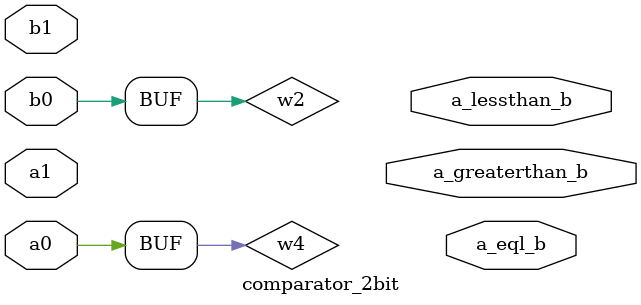
<source format=v>
`timescale 1ns / 1ps


module comparator_2bit(
input a0,a1,b0,b1,
output a_eql_b,  a_lessthan_b, a_greaterthan_b 
);
wire w1,w2,w3,w4,w5,w6,w7,w8,w9,w10,w11,w12;

not(w1,a1);
not(w2,a0);
not(w3,b1);
not(w4,b0);

and(w5,w1,w2,b0);
and(w6,w1,b1);
and(w7,w2,b1,b0);
and(w8,w3,a0,b0);
and(w9,w3,w4,a1);
and(w10,a1,b0);

or(w11,a1,b1);
or(w4,a0);
endmodule




</source>
